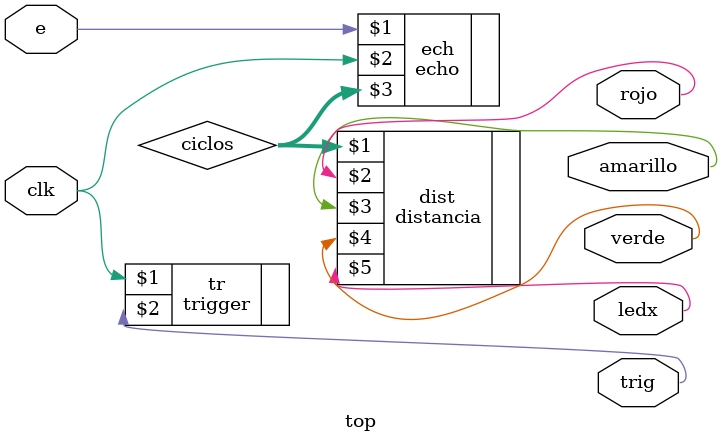
<source format=v>
module top(
	input clk,
	input e,
	output trig,
	output rojo,
	output amarillo,
	output verde,
	output ledx
);
wire [19:0] ciclos;

trigger tr(clk,trig);
echo ech(e,clk,ciclos);
distancia dist(ciclos,rojo,amarillo,verde,ledx);

endmodule

</source>
